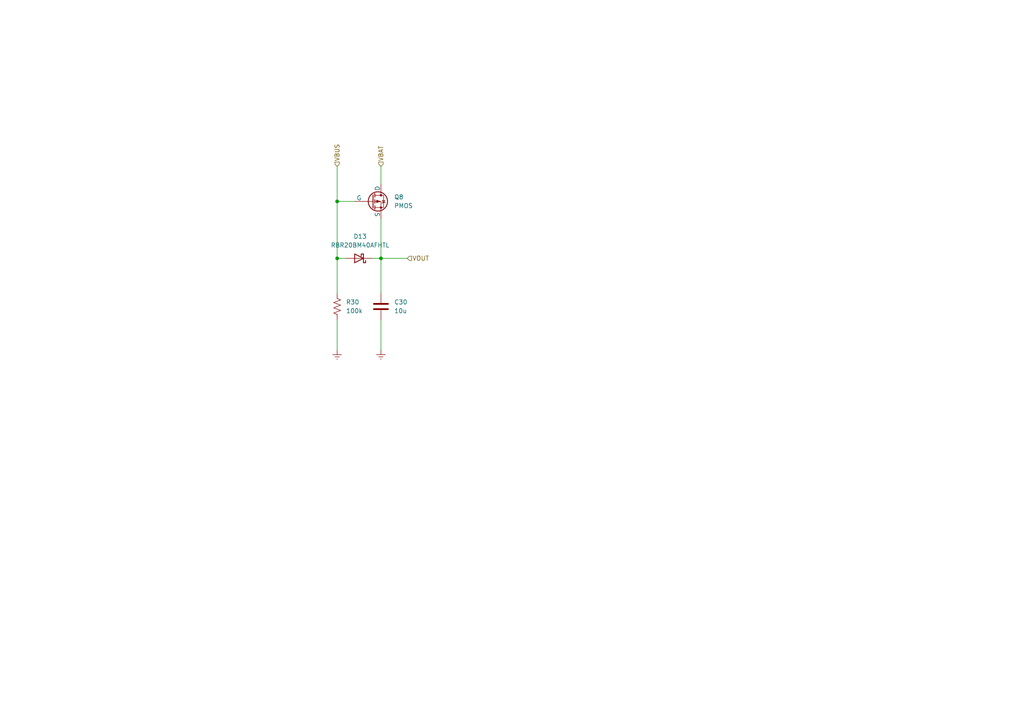
<source format=kicad_sch>
(kicad_sch (version 20230121) (generator eeschema)
  (paper "A4")
  (lib_symbols
    (symbol "Device:C" (pin_numbers hide) (pin_names (offset 0.254))
      (property "Reference" "C" (at 0.635 2.54 0))
      (property "Value" "C" (at 0.635 -2.54 0))
      (symbol "C_0_1"
        (polyline (pts (xy -2.032 -0.762) (xy 2.032 -0.762)) (stroke (width 0.508)))
        (polyline (pts (xy -2.032 0.762) (xy 2.032 0.762)) (stroke (width 0.508)))
      )
      (symbol "C_1_1"
        (pin passive line (at 0 3.81 270) (length 2.794) (name "~") (number "1"))
        (pin passive line (at 0 -3.81 90) (length 2.794) (name "~") (number "2"))
      )
    )
    (symbol "Device:D_Schottky" (pin_numbers hide) (pin_names (offset 1.016) hide)
      (property "Reference" "D" (at 0 2.54 0))
      (property "Value" "D_Schottky" (at 0 -2.54 0))
      (symbol "D_Schottky_0_1"
        (polyline (pts (xy 1.27 0) (xy -1.27 0)))
        (polyline (pts (xy 1.27 1.27) (xy 1.27 -1.27) (xy -1.27 0) (xy 1.27 1.27)) (stroke (width 0.254)))
        (polyline (pts (xy -1.905 0.635) (xy -1.905 1.27) (xy -1.27 1.27) (xy -1.27 -1.27) (xy -0.635 -1.27) (xy -0.635 -0.635)) (stroke (width 0.254)))
      )
      (symbol "D_Schottky_1_1"
        (pin passive line (at -3.81 0 0) (length 2.54) (name "K") (number "1"))
        (pin passive line (at 3.81 0 180) (length 2.54) (name "A") (number "2"))
      )
    )
    (symbol "Device:R_US" (pin_numbers hide) (pin_names (offset 0))
      (property "Reference" "R" (at 2.54 0 90))
      (property "Value" "R_US" (at -2.54 0 90))
      (symbol "R_US_0_1"
        (polyline (pts (xy 0 -2.286) (xy 0 -2.54)))
        (polyline (pts (xy 0 2.286) (xy 0 2.54)))
        (polyline (pts (xy 0 -0.762) (xy 1.016 -1.143) (xy 0 -1.524) (xy -1.016 -1.905) (xy 0 -2.286)))
        (polyline (pts (xy 0 0.762) (xy 1.016 0.381) (xy 0 0) (xy -1.016 -0.381) (xy 0 -0.762)))
        (polyline (pts (xy 0 2.286) (xy 1.016 1.905) (xy 0 1.524) (xy -1.016 1.143) (xy 0 0.762)))
      )
      (symbol "R_US_1_1"
        (pin passive line (at 0 3.81 270) (length 1.27) (name "~") (number "1"))
        (pin passive line (at 0 -3.81 90) (length 1.27) (name "~") (number "2"))
      )
    )
    (symbol "Simulation_SPICE:PMOS" (pin_numbers hide) (pin_names (offset 0))
      (property "Reference" "Q" (at 5.08 1.27 0))
      (property "Value" "PMOS" (at 5.08 -1.27 0))
      (symbol "PMOS_0_1"
        (polyline (pts (xy 0.254 0) (xy -2.54 0)))
        (polyline (pts (xy 0.254 1.905) (xy 0.254 -1.905)) (stroke (width 0.254)))
        (polyline (pts (xy 0.762 -1.27) (xy 0.762 -2.286)) (stroke (width 0.254)))
        (polyline (pts (xy 0.762 0.508) (xy 0.762 -0.508)) (stroke (width 0.254)))
        (polyline (pts (xy 0.762 2.286) (xy 0.762 1.27)) (stroke (width 0.254)))
        (polyline (pts (xy 2.54 2.54) (xy 2.54 1.778)))
        (polyline (pts (xy 2.54 -2.54) (xy 2.54 0) (xy 0.762 0)))
        (polyline (pts (xy 0.762 1.778) (xy 3.302 1.778) (xy 3.302 -1.778) (xy 0.762 -1.778)))
        (polyline (pts (xy 2.286 0) (xy 1.27 0.381) (xy 1.27 -0.381) (xy 2.286 0)) (fill (type outline)))
        (polyline (pts (xy 2.794 -0.508) (xy 2.921 -0.381) (xy 3.683 -0.381) (xy 3.81 -0.254)))
        (polyline (pts (xy 3.302 -0.381) (xy 2.921 0.254) (xy 3.683 0.254) (xy 3.302 -0.381)))
        (circle (center 1.651 0) (radius 2.794) (stroke (width 0.254)))
        (circle (center 2.54 -1.778) (radius 0.254) (fill (type outline)))
        (circle (center 2.54 1.778) (radius 0.254) (fill (type outline)))
      )
      (symbol "PMOS_1_1"
        (pin passive line (at 2.54 5.08 270) (length 2.54) (name "D") (number "1"))
        (pin input line (at -5.08 0 0) (length 2.54) (name "G") (number "2"))
        (pin passive line (at 2.54 -5.08 90) (length 2.54) (name "S") (number "3"))
      )
    )
    (symbol "power:Earth" (power) (pin_names (offset 0))
      (symbol "Earth_0_1"
        (polyline (pts (xy -0.635 -1.905) (xy 0.635 -1.905)))
        (polyline (pts (xy -0.127 -2.54) (xy 0.127 -2.54)))
        (polyline (pts (xy 0 -1.27) (xy 0 0)))
        (polyline (pts (xy 1.27 -1.27) (xy -1.27 -1.27)))
      )
      (symbol "Earth_1_1"
        (pin power_in line (at 0 0 270) (length 0) hide (name "Earth") (number "1"))
      )
    )
  )
  (junction (at 110.49 74.93))
  (junction (at 97.79 58.42))
  (junction (at 97.79 74.93))
  (wire (pts (xy 110.49 85.09) (xy 110.49 74.93)))
  (wire (pts (xy 102.87 58.42) (xy 97.79 58.42)))
  (wire (pts (xy 97.79 92.71) (xy 97.79 101.6)))
  (wire (pts (xy 110.49 74.93) (xy 118.11 74.93)))
  (wire (pts (xy 97.79 74.93) (xy 97.79 85.09)))
  (wire (pts (xy 97.79 58.42) (xy 97.79 74.93)))
  (wire (pts (xy 110.49 74.93) (xy 107.95 74.93)))
  (wire (pts (xy 110.49 53.34) (xy 110.49 48.26)))
  (wire (pts (xy 97.79 58.42) (xy 97.79 48.26)))
  (wire (pts (xy 100.33 74.93) (xy 97.79 74.93)))
  (wire (pts (xy 110.49 92.71) (xy 110.49 101.6)))
  (wire (pts (xy 110.49 63.5) (xy 110.49 74.93)))
  (hierarchical_label "VBUS" (shape input) (at 97.79 48.26 90))
  (hierarchical_label "VBAT" (shape input) (at 110.49 48.26 90))
  (hierarchical_label "VOUT" (shape input) (at 118.11 74.93 0))
  (symbol (lib_id "Device:D_Schottky") (at 104.14 74.93 180) (unit 1)
    (property "Reference" "D13" (at 104.4575 68.58 0))
    (property "Value" "RBR20BM40AFHTL" (at 104.4575 71.12 0))
    (property "Footprint" "Package_TO_SOT_SMD:TO-252-3_TabPin2" (effects hide))
    (property "Datasheet" "https://www.rohm.com/datasheet?p=RBR20BM40AFH&dist=Mouser&media=referral&source=mouser.com&campaign=Mouser" (effects hide))
  )
  (symbol (lib_id "power:Earth") (at 110.49 101.6 0) (unit 1)
    (property "Reference" "#PWR050" (effects hide))
    (property "Value" "Earth" (effects hide))
  )
  (symbol (lib_id "Device:C") (at 110.49 88.9 0) (unit 1)
    (property "Reference" "C30" (at 114.3 87.63 0) (effects (justify left)))
    (property "Value" "10u" (at 114.3 90.17 0) (effects (justify left)))
  )
  (symbol (lib_id "Simulation_SPICE:PMOS") (at 107.95 58.42 0) (unit 1)
    (property "Reference" "Q8" (at 114.3 57.15 0) (effects (justify left)))
    (property "Value" "PMOS" (at 114.3 59.69 0) (effects (justify left)))
    (property "Datasheet" "https://ngspice.sourceforge.io/docs/ngspice-manual.pdf" (effects hide))
    (property "Sim.Device" "PMOS" (effects hide))
    (property "Sim.Type" "VDMOS" (effects hide))
    (property "Sim.Pins" "1=D 2=G 3=S" (effects hide))
  )
  (symbol (lib_id "Device:R_US") (at 97.79 88.9 0) (unit 1)
    (property "Reference" "R30" (at 100.33 87.63 0) (effects (justify left)))
    (property "Value" "100k" (at 100.33 90.17 0) (effects (justify left)))
  )
  (symbol (lib_id "power:Earth") (at 97.79 101.6 0) (unit 1)
    (property "Reference" "#PWR049" (effects hide))
    (property "Value" "Earth" (effects hide))
  )
)
</source>
